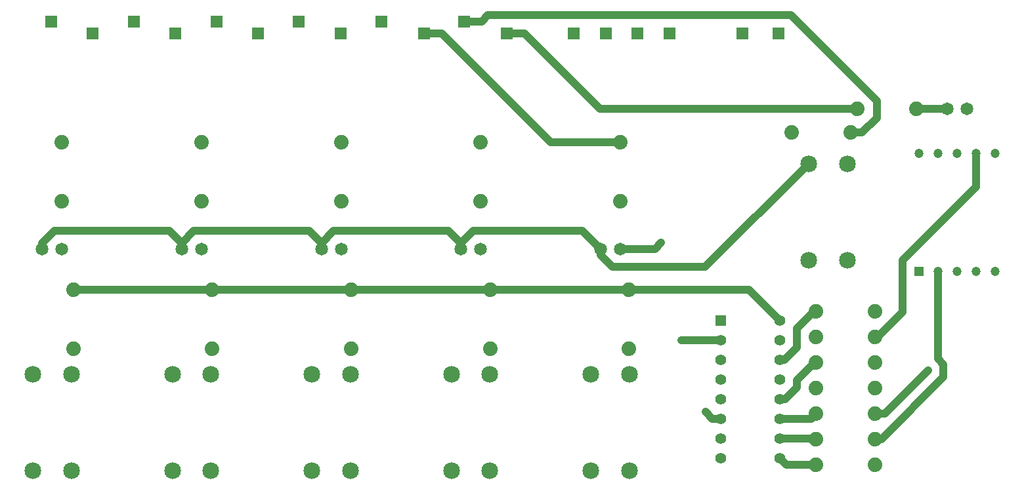
<source format=gtl>
G04 Layer: TopLayer*
G04 EasyEDA v6.4.12, 2020-12-31T14:29:20+01:00*
G04 6604612f69a4476882a07405e2b540c3,2d81dc3172f949189a8efcc8dd8a18f6,10*
G04 Gerber Generator version 0.2*
G04 Scale: 100 percent, Rotated: No, Reflected: No *
G04 Dimensions in millimeters *
G04 leading zeros omitted , absolute positions ,4 integer and 5 decimal *
%FSLAX45Y45*%
%MOMM*%

%ADD11C,1.0000*%
%ADD12C,0.6100*%
%ADD13C,1.8796*%
%ADD14C,1.6510*%
%ADD15C,2.1590*%
%ADD16R,1.5748X1.5748*%
%ADD18C,1.2000*%
%ADD19R,1.3970X1.3970*%
%ADD20C,1.3970*%

%LPD*%
D11*
X12370328Y2992099D02*
G01*
X12370328Y1863831D01*
X12443988Y1790171D01*
X12443988Y1624309D01*
X11640078Y820399D01*
X11562100Y820399D01*
X9568200Y2103099D02*
G01*
X9066042Y2103099D01*
X3010174Y2750799D02*
G01*
X4802398Y2750799D01*
X4802652Y2750799D01*
X1217950Y2750799D02*
G01*
X3010174Y2750799D01*
X3010174Y2750799D01*
X6594876Y2750799D02*
G01*
X4802652Y2750799D01*
X8387100Y2750799D02*
G01*
X6594876Y2750799D01*
X10330200Y2357099D02*
G01*
X9936500Y2750799D01*
X8387100Y2750799D01*
X6256040Y6217899D02*
G01*
X6484894Y6217899D01*
X6484894Y6217899D02*
G01*
X6562110Y6295115D01*
X10476250Y6295115D01*
X11581150Y5189961D01*
X11581150Y4972283D01*
X11391666Y4782799D01*
X11244600Y4782799D01*
X8018038Y3277849D02*
G01*
X8018038Y3202665D01*
X8175518Y3045185D01*
X9369826Y3045185D01*
X10703580Y4378939D01*
X2617998Y3356335D02*
G01*
X2617998Y3277849D01*
X4418096Y3356335D02*
G01*
X4261124Y3513053D01*
X2774716Y3513053D01*
X2617998Y3356335D01*
X2617998Y3356335D02*
G01*
X2459248Y3515085D01*
X976650Y3515085D01*
X817900Y3356335D01*
X817900Y3277849D01*
X4418096Y3356335D02*
G01*
X4418096Y3277849D01*
X6217940Y3356335D02*
G01*
X6059190Y3515339D01*
X4576846Y3515339D01*
X4418096Y3356335D01*
X6217940Y3356335D02*
G01*
X6217940Y3277849D01*
X8018038Y3277849D02*
G01*
X7782580Y3513307D01*
X6374912Y3513307D01*
X6217940Y3356335D01*
X8802898Y3360145D02*
G01*
X8720856Y3277849D01*
X8272038Y3277849D01*
X5739404Y6066007D02*
G01*
X5968258Y6066007D01*
X5968258Y6066007D02*
G01*
X7378466Y4655799D01*
X8272800Y4655799D01*
X12095500Y5087599D02*
G01*
X12489200Y5087599D01*
X11562100Y1150599D02*
G01*
X11687068Y1150599D01*
X12243582Y1707113D01*
X6807728Y6066007D02*
G01*
X7036582Y6066007D01*
X11333500Y5087599D02*
G01*
X8015244Y5087599D01*
X7036582Y6066007D01*
X11562100Y2141199D02*
G01*
X11590294Y2141199D01*
X11913890Y2464795D01*
X11913890Y3133831D01*
X12862326Y4082267D01*
X12862326Y4516099D01*
X10330200Y1849099D02*
G01*
X10392176Y1849099D01*
X10553212Y2010135D01*
X10553212Y2254737D01*
X10769620Y2471399D01*
X10800100Y2471399D01*
X10330200Y1087099D02*
G01*
X10736600Y1087099D01*
X10800100Y1150599D01*
X10330200Y833099D02*
G01*
X10787400Y833099D01*
X10800100Y820399D01*
X10330200Y579099D02*
G01*
X10419100Y490199D01*
X10800100Y490199D01*
X10330200Y1341099D02*
G01*
X10402844Y1341099D01*
X10551434Y1489689D01*
X10551434Y1582653D01*
X10779780Y1810999D01*
X10800100Y1810999D01*
X9568200Y1087099D02*
G01*
X9458472Y1087099D01*
X9371350Y1174221D01*
D13*
G01*
X4802525Y2750799D03*
G01*
X4802525Y1988799D03*
G01*
X3010250Y2750774D03*
G01*
X3010250Y1988774D03*
G01*
X1217950Y2750799D03*
G01*
X1217950Y1988799D03*
G01*
X6594800Y2750799D03*
G01*
X6594800Y1988799D03*
G01*
X8387100Y2750799D03*
G01*
X8387100Y1988799D03*
G01*
X10482600Y4782799D03*
G01*
X11244600Y4782799D03*
D14*
G01*
X1071900Y3277925D03*
G01*
X817900Y3277925D03*
D13*
G01*
X1071925Y4655774D03*
G01*
X1071925Y3893774D03*
D14*
G01*
X2871922Y3277951D03*
G01*
X2617922Y3277951D03*
D13*
G01*
X2872150Y4655774D03*
G01*
X2872150Y3893774D03*
D14*
G01*
X4671969Y3277951D03*
G01*
X4417969Y3277951D03*
D13*
G01*
X4672350Y4655774D03*
G01*
X4672350Y3893774D03*
D14*
G01*
X6471991Y3277951D03*
G01*
X6217991Y3277951D03*
D13*
G01*
X6472575Y4655774D03*
G01*
X6472575Y3893774D03*
D14*
G01*
X8272012Y3277925D03*
G01*
X8018012Y3277925D03*
D13*
G01*
X8272800Y4655774D03*
G01*
X8272800Y3893774D03*
D15*
G01*
X695980Y411485D03*
G01*
X1193845Y411485D03*
G01*
X1193845Y1661165D03*
G01*
X695980Y1661165D03*
G01*
X2496002Y411459D03*
G01*
X2993842Y411459D03*
G01*
X2993842Y1661139D03*
G01*
X2496002Y1661139D03*
G01*
X4295998Y411485D03*
G01*
X4793838Y411485D03*
G01*
X4793838Y1661165D03*
G01*
X4295998Y1661165D03*
G01*
X6095969Y411459D03*
G01*
X6593809Y411459D03*
G01*
X6593809Y1661139D03*
G01*
X6095969Y1661139D03*
G01*
X7895991Y411459D03*
G01*
X8393831Y411459D03*
G01*
X8393831Y1661139D03*
G01*
X7895991Y1661139D03*
G01*
X10703580Y3129259D03*
G01*
X11201420Y3129259D03*
G01*
X11201420Y4378939D03*
G01*
X10703580Y4378939D03*
D14*
G01*
X12489200Y5087599D03*
G01*
X12743200Y5087599D03*
D16*
G01*
X1999000Y6217899D03*
G01*
X934740Y6217899D03*
G01*
X5191780Y6217899D03*
G01*
X1465600Y6066109D03*
G01*
X4127520Y6217899D03*
G01*
X2534025Y6066083D03*
G01*
X3602451Y6066083D03*
G01*
X4670851Y6066083D03*
G01*
X5739277Y6066083D03*
G01*
X6256040Y6217899D03*
G01*
X6807677Y6066083D03*
G01*
X3063260Y6217899D03*
D13*
G01*
X10800100Y2141199D03*
G01*
X11562100Y2141199D03*
G01*
X10800100Y1480799D03*
G01*
X11562100Y1480799D03*
G01*
X10800100Y2471399D03*
G01*
X11562100Y2471399D03*
G01*
X10800100Y1150599D03*
G01*
X11562100Y1150599D03*
G01*
X10800100Y820399D03*
G01*
X11562100Y820399D03*
G01*
X10800100Y490199D03*
G01*
X11562100Y490199D03*
D16*
G01*
X7675900Y6065804D03*
G01*
X8086542Y6065804D03*
G01*
X8497158Y6065804D03*
G01*
X8907800Y6065804D03*
D13*
G01*
X10800100Y1810999D03*
G01*
X11562100Y1810999D03*
G01*
X11333500Y5087599D03*
G01*
X12095500Y5087599D03*
D16*
G01*
X10317500Y6065804D03*
G36*
X12064202Y3052097D02*
G01*
X12184202Y3052097D01*
X12184202Y2932097D01*
X12064202Y2932097D01*
G37*
D18*
G01*
X12370201Y2992099D03*
G01*
X12616200Y2992099D03*
G01*
X12862199Y2992099D03*
G01*
X13108198Y2992099D03*
G01*
X13108198Y4516099D03*
G01*
X12862199Y4516099D03*
G01*
X12616200Y4516099D03*
G01*
X12370201Y4516099D03*
G01*
X12124202Y4516099D03*
D16*
G01*
X9848743Y6065804D03*
D19*
G01*
X9568200Y2357099D03*
D20*
G01*
X9568200Y2103099D03*
G01*
X9568200Y1849099D03*
G01*
X9568200Y1595099D03*
G01*
X9568200Y1341099D03*
G01*
X9568200Y1087099D03*
G01*
X9568200Y833099D03*
G01*
X9568200Y579099D03*
G01*
X10330200Y579099D03*
G01*
X10330200Y833099D03*
G01*
X10330200Y1087099D03*
G01*
X10330200Y1341099D03*
G01*
X10330200Y1595099D03*
G01*
X10330200Y1849099D03*
G01*
X10330200Y2103099D03*
G01*
X10330200Y2357099D03*
D12*
G01*
X9066042Y2103099D03*
G01*
X8802898Y3360145D03*
G01*
X12243582Y1707113D03*
G01*
X9371350Y1174221D03*
M02*

</source>
